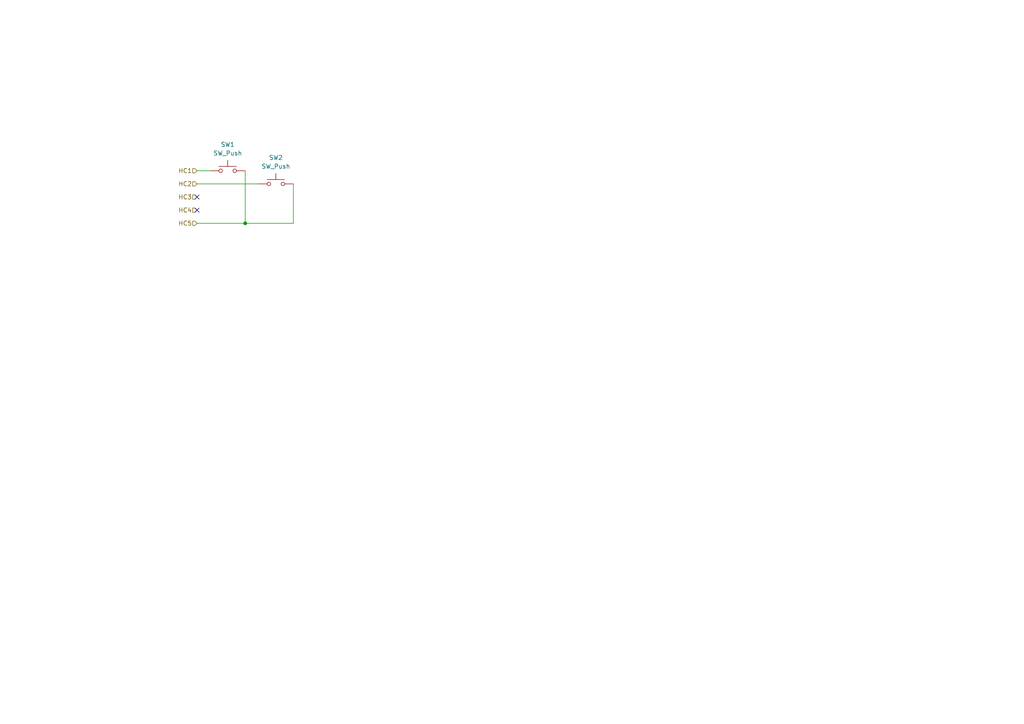
<source format=kicad_sch>
(kicad_sch (version 20230121) (generator eeschema)
  (paper "A4")
  (lib_symbols
    (symbol "Switch:SW_Push" (pin_numbers hide) (pin_names (offset 1.016) hide)
      (property "Reference" "SW" (at 1.27 2.54 0))
      (property "Value" "SW_Push" (at 0 -1.524 0))
      (symbol "SW_Push_0_1"
        (circle (center -2.032 0) (radius 0.508))
        (polyline (pts (xy 0 1.27) (xy 0 3.048)))
        (polyline (pts (xy 2.54 1.27) (xy -2.54 1.27)))
        (circle (center 2.032 0) (radius 0.508))
        (pin passive line (at -5.08 0 0) (length 2.54) (name "1") (number "1"))
        (pin passive line (at 5.08 0 180) (length 2.54) (name "2") (number "2"))
      )
    )
  )
  (junction (at 71.12 64.77))
  (no_connect (at 57.15 57.15))
  (no_connect (at 57.15 60.96))
  (wire (pts (xy 71.12 64.77) (xy 85.09 64.77)))
  (wire (pts (xy 71.12 49.53) (xy 71.12 64.77)))
  (wire (pts (xy 57.15 49.53) (xy 60.96 49.53)))
  (wire (pts (xy 57.15 53.34) (xy 74.93 53.34)))
  (wire (pts (xy 85.09 53.34) (xy 85.09 64.77)))
  (wire (pts (xy 57.15 64.77) (xy 71.12 64.77)))
  (hierarchical_label "HC1" (shape input) (at 57.15 49.53 180))
  (hierarchical_label "HC2" (shape input) (at 57.15 53.34 180))
  (hierarchical_label "HC4" (shape input) (at 57.15 60.96 180))
  (hierarchical_label "HC3" (shape input) (at 57.15 57.15 180))
  (hierarchical_label "HC5" (shape input) (at 57.15 64.77 180))
  (symbol (lib_id "Switch:SW_Push") (at 66.04 49.53 0) (unit 1)
    (property "Reference" "SW1" (at 66.04 41.91 0))
    (property "Value" "SW_Push" (at 66.04 44.45 0))
  )
  (symbol (lib_id "Switch:SW_Push") (at 80.01 53.34 0) (unit 1)
    (property "Reference" "SW2" (at 80.01 45.72 0))
    (property "Value" "SW_Push" (at 80.01 48.26 0))
  )
)
</source>
